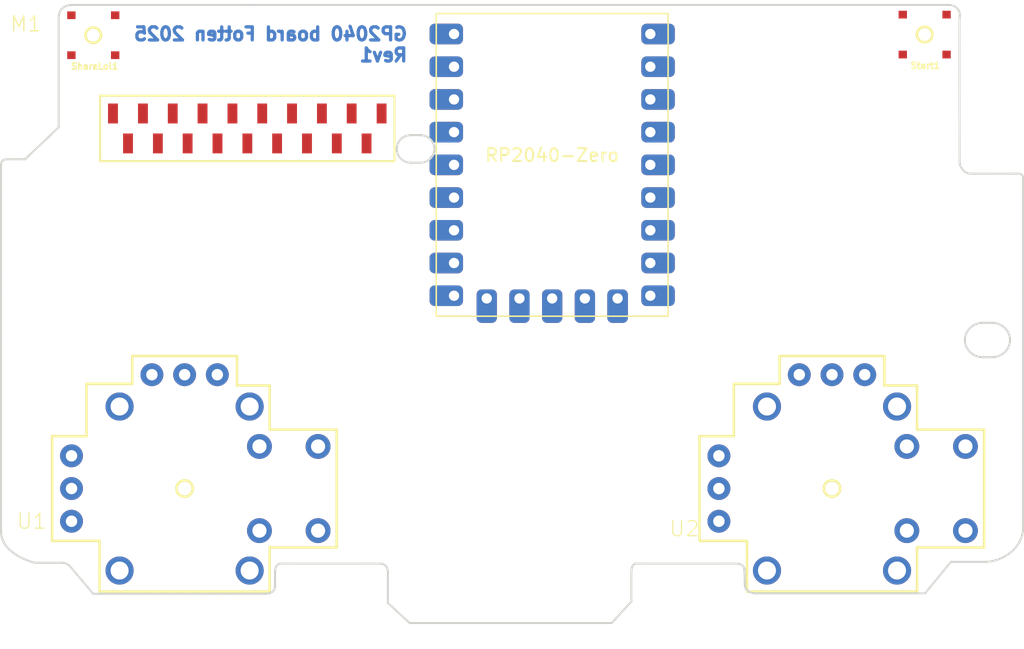
<source format=kicad_pcb>
(kicad_pcb (version 20241229) (generator "pcbnew") (generator_version "9.0")
  (layers (0 "F.Cu" signal) (2 "B.Cu" signal) (13 "F.Paste" user) (15 "B.Paste" user) (5 "F.SilkS" user "F.Silkscreen") (7 "B.SilkS" user "B.Silkscreen") (1 "F.Mask" user) (3 "B.Mask" user) (25 "Edge.Cuts" user))
  (net 0 "")
  (net 1 "GND")
  (net 2 "/m12")
  (net 3 "/m2")
  (net 4 "/m18")
  (net 5 "/m1")
  (net 6 "/m5")
  (net 7 "/m11")
  (net 8 "/m15")
  (net 9 "/m7")
  (net 10 "/m14")
  (net 11 "/m4")
  (net 12 "/m6")
  (net 13 "/m9")
  (net 14 "/m3")
  (net 15 "/m13")
  (net 16 "/m19")
  (net 26 "/PS_BUTTON")
  (net 32 "/VCC")
  (net 63 "Net-(RZ1-GP3)")
  (net 65 "Net-(RZ1-GP2)")
  (footprint "PS4-sequencer:PS4JOYSTICK_vf.IaU3msWoRHeUc8tSE1TGOQ" (layer "F.Cu") (at 173.345916 118.554328 -90)
    (property "Reference" "U2" (at 3.81 12.7 0) (layer "F.SilkS") (effects (font (size 1.176528 1.176528) (thickness 0.093472)) (justify left bottom)))
    (property "Value" "~" (hide yes))
    (pad "B1A" thru_hole circle (at -3.269 -10.362 270) (size 1.9304 1.9304) (drill 1.1) (layers "*.Cu" "*.Mask"))
    (pad "B1B" thru_hole circle (at 3.269 -10.362 270) (size 1.9304 1.9304) (drill 1.1) (layers "*.Cu" "*.Mask"))
    (pad "B2A" thru_hole circle (at -3.269 -5.81 270) (size 1.9304 1.9304) (drill 1.1) (layers "*.Cu" "*.Mask"))
    (pad "B2B" thru_hole circle (at 3.269 -5.81 270) (size 1.9304 1.9304) (drill 1.1) (layers "*.Cu" "*.Mask"))
    (pad "H1" thru_hole circle (at -2.54 8.781 270) (size 1.778 1.778) (drill 0.889) (layers "*.Cu" "*.Mask"))
    (pad "H2" thru_hole circle (at 0 8.781 270) (size 1.778 1.778) (drill 0.889) (layers "*.Cu" "*.Mask"))
    (pad "H3" thru_hole circle (at 2.54 8.781 270) (size 1.778 1.778) (drill 0.889) (layers "*.Cu" "*.Mask"))
    (pad "MOUNT1" thru_hole circle (at -6.367 -5.049 270) (size 2.1844 2.1844) (drill 1.397) (layers "*.Cu" "*.Mask"))
    (pad "MOUNT2" thru_hole circle (at -6.367 5.049 270) (size 2.1844 2.1844) (drill 1.397) (layers "*.Cu" "*.Mask"))
    (pad "MOUNT3" thru_hole circle (at 6.367 5.049 270) (size 2.1844 2.1844) (drill 1.397) (layers "*.Cu" "*.Mask"))
    (pad "MOUNT4" thru_hole circle (at 6.367 -5.049 270) (size 2.1844 2.1844) (drill 1.397) (layers "*.Cu" "*.Mask"))
    (pad "V1" thru_hole circle (at -8.838 -2.54 270) (size 1.778 1.778) (drill 0.889) (layers "*.Cu" "*.Mask"))
    (pad "V2" thru_hole circle (at -8.838 0 270) (size 1.778 1.778) (drill 0.889) (layers "*.Cu" "*.Mask"))
    (pad "V3" thru_hole circle (at -8.838 2.54 270) (size 1.778 1.778) (drill 0.889) (layers "*.Cu" "*.Mask"))
  )
  (footprint "PS4-sequencer:PS4MEMBRANE_vf.7upxoABMT86JB5hzkim21Q" (layer "F.Cu") (at 127.94911 90.598409)
    (property "Reference" "M1" (hide yes))
    (property "Value" "~" (hide yes))
    (pad "1" smd rect (at -10.4305 -1.1612) (size 0.75184 1.529081) (layers "F.Cu" "F.Mask" "F.Paste") (net 5 "/m1"))
    (pad "2" smd rect (at -9.2625 1.1612) (size 0.75184 1.529081) (layers "F.Cu" "F.Mask" "F.Paste") (net 3 "/m2"))
    (pad "3" smd rect (at -8.104687 -1.1612) (size 0.75184 1.529081) (layers "F.Cu" "F.Mask" "F.Paste") (net 14 "/m3"))
    (pad "4" smd rect (at -6.946875 1.1612) (size 0.75184 1.529081) (layers "F.Cu" "F.Mask" "F.Paste") (net 11 "/m4"))
    (pad "5" smd rect (at -5.789062 -1.1612) (size 0.75184 1.529081) (layers "F.Cu" "F.Mask" "F.Paste") (net 6 "/m5"))
    (pad "6" smd rect (at -4.63125 1.1612) (size 0.75184 1.529081) (layers "F.Cu" "F.Mask" "F.Paste") (net 12 "/m6"))
    (pad "7" smd rect (at -3.473437 -1.1612) (size 0.75184 1.529081) (layers "F.Cu" "F.Mask" "F.Paste") (net 9 "/m7"))
    (pad "8" smd rect (at -2.315625 1.1612) (size 0.75184 1.529081) (layers "F.Cu" "F.Mask" "F.Paste") (net 1 "GND"))
    (pad "9" smd rect (at -1.157812 -1.1612) (size 0.75184 1.529081) (layers "F.Cu" "F.Mask" "F.Paste") (net 13 "/m9"))
    (pad "10" smd rect (at 0 1.1612) (size 0.75184 1.529081) (layers "F.Cu" "F.Mask" "F.Paste") (net 26 "/PS_BUTTON"))
    (pad "11" smd rect (at 1.157812 -1.1612) (size 0.75184 1.529081) (layers "F.Cu" "F.Mask" "F.Paste") (net 7 "/m11"))
    (pad "12" smd rect (at 2.315625 1.1612) (size 0.75184 1.529081) (layers "F.Cu" "F.Mask" "F.Paste") (net 2 "/m12"))
    (pad "13" smd rect (at 3.473437 -1.1612) (size 0.75184 1.529081) (layers "F.Cu" "F.Mask" "F.Paste") (net 15 "/m13"))
    (pad "14" smd rect (at 4.63125 1.1612) (size 0.75184 1.529081) (layers "F.Cu" "F.Mask" "F.Paste") (net 10 "/m14"))
    (pad "15" smd rect (at 5.789062 -1.1612) (size 0.75184 1.529081) (layers "F.Cu" "F.Mask" "F.Paste") (net 8 "/m15"))
    (pad "16" smd rect (at 6.946875 1.1612) (size 0.75184 1.529081) (layers "F.Cu" "F.Mask" "F.Paste") (net 1 "GND"))
    (pad "17" smd rect (at 8.104687 -1.1612) (size 0.75184 1.529081) (layers "F.Cu" "F.Mask" "F.Paste") (net 1 "GND"))
    (pad "18" smd rect (at 9.2625 1.1612) (size 0.75184 1.529081) (layers "F.Cu" "F.Mask" "F.Paste") (net 4 "/m18"))
    (pad "19" smd rect (at 10.4305 -1.1612) (size 0.75184 1.529081) (layers "F.Cu" "F.Mask" "F.Paste") (net 16 "/m19"))
  )
  (footprint "PS4-sequencer:PS4MEMBRANE_vf.7upxoABMT86JB5hzkim21Q" (layer "F.Cu") (at 127.953106 90.593747)
    (property "Reference" "M1" (at -18.4762 -7.4262 0) (layer "F.SilkS") (effects (font (size 1.1684 1.1684) (thickness 0.1016)) (justify left bottom)))
    (property "Value" "~")
    (pad "1" smd rect (at -10.4305 -1.1612) (size 0.75184 1.529081) (layers "F.Cu" "F.Mask" "F.Paste") (net 5 "/m1"))
    (pad "2" smd rect (at -9.2625 1.1612) (size 0.75184 1.529081) (layers "F.Cu" "F.Mask" "F.Paste") (net 3 "/m2"))
    (pad "3" smd rect (at -8.104687 -1.1612) (size 0.75184 1.529081) (layers "F.Cu" "F.Mask" "F.Paste") (net 14 "/m3"))
    (pad "4" smd rect (at -6.946875 1.1612) (size 0.75184 1.529081) (layers "F.Cu" "F.Mask" "F.Paste") (net 11 "/m4"))
    (pad "5" smd rect (at -5.789062 -1.1612) (size 0.75184 1.529081) (layers "F.Cu" "F.Mask" "F.Paste") (net 6 "/m5"))
    (pad "6" smd rect (at -4.63125 1.1612) (size 0.75184 1.529081) (layers "F.Cu" "F.Mask" "F.Paste") (net 12 "/m6"))
    (pad "7" smd rect (at -3.473437 -1.1612) (size 0.75184 1.529081) (layers "F.Cu" "F.Mask" "F.Paste") (net 9 "/m7"))
    (pad "8" smd rect (at -2.315625 1.1612) (size 0.75184 1.529081) (layers "F.Cu" "F.Mask" "F.Paste") (net 1 "GND"))
    (pad "9" smd rect (at -1.157812 -1.1612) (size 0.75184 1.529081) (layers "F.Cu" "F.Mask" "F.Paste") (net 13 "/m9"))
    (pad "10" smd rect (at 0 1.1612) (size 0.75184 1.529081) (layers "F.Cu" "F.Mask" "F.Paste") (net 26 "/PS_BUTTON"))
    (pad "11" smd rect (at 1.157812 -1.1612) (size 0.75184 1.529081) (layers "F.Cu" "F.Mask" "F.Paste") (net 7 "/m11"))
    (pad "12" smd rect (at 2.315625 1.1612) (size 0.75184 1.529081) (layers "F.Cu" "F.Mask" "F.Paste") (net 2 "/m12"))
    (pad "13" smd rect (at 3.473437 -1.1612) (size 0.75184 1.529081) (layers "F.Cu" "F.Mask" "F.Paste") (net 15 "/m13"))
    (pad "14" smd rect (at 4.63125 1.1612) (size 0.75184 1.529081) (layers "F.Cu" "F.Mask" "F.Paste") (net 10 "/m14"))
    (pad "15" smd rect (at 5.789062 -1.1612) (size 0.75184 1.529081) (layers "F.Cu" "F.Mask" "F.Paste") (net 8 "/m15"))
    (pad "16" smd rect (at 6.946875 1.1612) (size 0.75184 1.529081) (layers "F.Cu" "F.Mask" "F.Paste") (net 1 "GND"))
    (pad "17" smd rect (at 8.104687 -1.1612) (size 0.75184 1.529081) (layers "F.Cu" "F.Mask" "F.Paste") (net 1 "GND"))
    (pad "18" smd rect (at 9.2625 1.1612) (size 0.75184 1.529081) (layers "F.Cu" "F.Mask" "F.Paste") (net 4 "/m18"))
    (pad "19" smd rect (at 10.4305 -1.1612) (size 0.75184 1.529081) (layers "F.Cu" "F.Mask" "F.Paste") (net 16 "/m19"))
  )
  (footprint "shit:RP2040-Zero" (layer "F.Cu") (at 141.46 106.125)
    (property "Reference" "RZ1")
    (property "Value" "RP2040-Zero" (at 10.16 -13.45 0) (layer "F.SilkS"))
    (pad "1" thru_hole roundrect (at 17.78 -22.86) (size 2.6 1.6) (drill 0.8 (offset 0.6 0)) (layers "*.Cu" "*.Mask"))
    (pad "2" thru_hole roundrect (at 17.78 -20.32) (size 2.6 1.6) (drill 0.8 (offset 0.6 0)) (layers "*.Cu" "*.Mask"))
    (pad "3" thru_hole roundrect (at 17.78 -17.78) (size 2.6 1.6) (drill 0.8 (offset 0.6 0)) (layers "*.Cu" "*.Mask") (net 65 "Net-(RZ1-GP2)"))
    (pad "4" thru_hole roundrect (at 17.78 -15.24) (size 2.6 1.6) (drill 0.8 (offset 0.6 0)) (layers "*.Cu" "*.Mask") (net 63 "Net-(RZ1-GP3)"))
    (pad "5" thru_hole roundrect (at 17.78 -12.7) (size 2.6 1.6) (drill 0.8 (offset 0.6 0)) (layers "*.Cu" "*.Mask"))
    (pad "6" thru_hole roundrect (at 17.78 -10.16) (size 2.6 1.6002) (drill 0.8 (offset 0.6 0)) (layers "*.Cu" "*.Mask"))
    (pad "7" thru_hole roundrect (at 17.78 -7.62) (size 2.6 1.6002) (drill 0.8 (offset 0.6 0)) (layers "*.Cu" "*.Mask"))
    (pad "8" thru_hole roundrect (at 17.78 -5.08) (size 2.6 1.6002) (drill 0.8 (offset 0.6 0)) (layers "*.Cu" "*.Mask"))
    (pad "9" thru_hole roundrect (at 17.78 -2.54) (size 2.6 1.6002) (drill 0.8 (offset 0.6 0)) (layers "*.Cu" "*.Mask"))
    (pad "10" thru_hole roundrect (at 15.24 -2.33) (size 1.6 2.6) (drill 0.8 (offset 0 0.6)) (layers "*.Cu" "*.Mask"))
    (pad "11" thru_hole roundrect (at 12.7 -2.33) (size 1.5748 2.6) (drill 0.8 (offset 0 0.6)) (layers "*.Cu" "*.Mask"))
    (pad "12" thru_hole roundrect (at 10.16 -2.33) (size 1.5748 2.6) (drill 0.8 (offset 0 0.6)) (layers "*.Cu" "*.Mask"))
    (pad "13" thru_hole roundrect (at 7.62 -2.33) (size 1.5748 2.6) (drill 0.8 (offset 0 0.6)) (layers "*.Cu" "*.Mask"))
    (pad "14" thru_hole roundrect (at 5.08 -2.33) (size 1.5748 2.6) (drill 0.8 (offset 0 0.6)) (layers "*.Cu" "*.Mask"))
    (pad "15" thru_hole roundrect (at 2.54 -2.54) (size 2.6 1.6002) (drill 0.8 (offset -0.6 0)) (layers "*.Cu" "*.Mask"))
    (pad "16" thru_hole roundrect (at 2.54 -5.08) (size 2.6 1.6002) (drill 0.8 (offset -0.6 0)) (layers "*.Cu" "*.Mask"))
    (pad "17" thru_hole roundrect (at 2.54 -7.62) (size 2.6 1.6002) (drill 0.8 (offset -0.6 0)) (layers "*.Cu" "*.Mask") (net 26 "/PS_BUTTON"))
    (pad "18" thru_hole roundrect (at 2.54 -10.16) (size 2.6 1.6002) (drill 0.8 (offset -0.6 0)) (layers "*.Cu" "*.Mask"))
    (pad "19" thru_hole roundrect (at 2.54 -22.86) (size 2.6 1.6002) (drill 0.8 (offset -0.6 0)) (layers "*.Cu" "*.Mask"))
    (pad "20" thru_hole roundrect (at 2.54 -20.32) (size 2.6 1.6002) (drill 0.8 (offset -0.6 0)) (layers "*.Cu" "*.Mask"))
    (pad "21" thru_hole roundrect (at 2.54 -17.78) (size 2.6 1.6002) (drill 0.8 (offset -0.6 0)) (layers "*.Cu" "*.Mask"))
    (pad "22" thru_hole roundrect (at 2.54 -12.7) (size 2.6 1.6002) (drill 0.8 (offset -0.6 0)) (layers "*.Cu" "*.Mask") (net 32 "/VCC"))
    (pad "23" thru_hole roundrect (at 2.54 -15.24) (size 2.6 1.6002) (drill 0.8 (offset -0.6 0)) (layers "*.Cu" "*.Mask") (net 1 "GND"))
  )
  (footprint "PS4-sequencer:PS4JOYSTICK_vf.IaU3msWoRHeUc8tSE1TGOQ" (layer "F.Cu") (at 123.08341 118.554328 -90)
    (property "Reference" "U1" (at 3.224181 13.101582 0) (layer "F.SilkS") (effects (font (size 1.176528 1.176528) (thickness 0.093472)) (justify left bottom)))
    (property "Value" "~" (hide yes))
    (pad "B1A" thru_hole circle (at -3.269 -10.362 270) (size 1.9304 1.9304) (drill 1.1) (layers "*.Cu" "*.Mask"))
    (pad "B1B" thru_hole circle (at 3.269 -10.362 270) (size 1.9304 1.9304) (drill 1.1) (layers "*.Cu" "*.Mask"))
    (pad "B2A" thru_hole circle (at -3.269 -5.81 270) (size 1.9304 1.9304) (drill 1.1) (layers "*.Cu" "*.Mask"))
    (pad "B2B" thru_hole circle (at 3.269 -5.81 270) (size 1.9304 1.9304) (drill 1.1) (layers "*.Cu" "*.Mask"))
    (pad "H1" thru_hole circle (at -2.54 8.781 270) (size 1.778 1.778) (drill 0.889) (layers "*.Cu" "*.Mask"))
    (pad "H2" thru_hole circle (at 0 8.781 270) (size 1.778 1.778) (drill 0.889) (layers "*.Cu" "*.Mask"))
    (pad "H3" thru_hole circle (at 2.54 8.781 270) (size 1.778 1.778) (drill 0.889) (layers "*.Cu" "*.Mask"))
    (pad "MOUNT1" thru_hole circle (at -6.367 -5.049 270) (size 2.1844 2.1844) (drill 1.397) (layers "*.Cu" "*.Mask"))
    (pad "MOUNT2" thru_hole circle (at -6.367 5.049 270) (size 2.1844 2.1844) (drill 1.397) (layers "*.Cu" "*.Mask"))
    (pad "MOUNT3" thru_hole circle (at 6.367 5.049 270) (size 2.1844 2.1844) (drill 1.397) (layers "*.Cu" "*.Mask"))
    (pad "MOUNT4" thru_hole circle (at 6.367 -5.049 270) (size 2.1844 2.1844) (drill 1.397) (layers "*.Cu" "*.Mask"))
    (pad "V1" thru_hole circle (at -8.838 -2.54 270) (size 1.778 1.778) (drill 0.889) (layers "*.Cu" "*.Mask"))
    (pad "V2" thru_hole circle (at -8.838 0 270) (size 1.778 1.778) (drill 0.889) (layers "*.Cu" "*.Mask"))
    (pad "V3" thru_hole circle (at -8.838 2.54 270) (size 1.778 1.778) (drill 0.889) (layers "*.Cu" "*.Mask"))
  )
  (footprint "PS4-sequencer:TACTILE_SWITCH_SMD_3.6MM_vf.7upxoABMT86JB5hzkim21Q" (layer "F.Cu") (at 115.991763 83.359265 90)
    (property "Reference" "ShareLol1" (at -2.701722 0.10708 0) (layer "F.SilkS") (effects (font (size 0.48768 0.48768) (thickness 0.12192)) (justify bottom)))
    (property "Value" "~")
    (pad "1" smd rect (at 1.55 -1.7 180) (size 0.65 0.6) (layers "F.Cu" "F.Mask" "F.Paste") (net 1 "GND"))
    (pad "2" smd rect (at 1.55 1.7 180) (size 0.65 0.6) (layers "F.Cu" "F.Mask" "F.Paste") (net 63 "Net-(RZ1-GP3)"))
    (pad "3" smd rect (at -1.55 1.7 180) (size 0.65 0.6) (layers "F.Cu" "F.Mask" "F.Paste") (net 63 "Net-(RZ1-GP3)"))
    (pad "4" smd rect (at -1.55 -1.7 180) (size 0.65 0.6) (layers "F.Cu" "F.Mask" "F.Paste") (net 1 "GND"))
  )
  (footprint "PS4-sequencer:TACTILE_SWITCH_SMD_3.6MM_vf.7upxoABMT86JB5hzkim21Q" (layer "F.Cu") (at 180.540707 83.308969 -90)
    (property "Reference" "Start1" (at 2.7 -0.05 0) (layer "F.SilkS") (effects (font (size 0.48768 0.48768) (thickness 0.12192)) (justify bottom)))
    (property "Value" "~")
    (pad "1" smd rect (at 1.55 -1.7) (size 0.65 0.6) (layers "F.Cu" "F.Mask" "F.Paste") (net 1 "GND"))
    (pad "2" smd rect (at 1.55 1.7) (size 0.65 0.6) (layers "F.Cu" "F.Mask" "F.Paste") (net 65 "Net-(RZ1-GP2)"))
    (pad "3" smd rect (at -1.55 1.7) (size 0.65 0.6) (layers "F.Cu" "F.Mask" "F.Paste") (net 65 "Net-(RZ1-GP2)"))
    (pad "4" smd rect (at -1.55 -1.7) (size 0.65 0.6) (layers "F.Cu" "F.Mask" "F.Paste") (net 1 "GND"))
  )
  (gr_line (start 188.1761 121.123722) (end 188.1761 120.803334) (stroke (width 0.1524)) (layer "Edge.Cuts"))
  (gr_line (start 167.047741 126.627153) (end 167.222206 126.671103) (stroke (width 0.1524)) (layer "Edge.Cuts"))
  (gr_line (start 166.538869 124.837638) (end 166.538669 124.858069) (stroke (width 0.1524)) (layer "Edge.Cuts"))
  (gr_line (start 185.84081 105.687966) (end 185.844519 105.688059) (stroke (width 0.1524)) (layer "Edge.Cuts"))
  (gr_line (start 130.786872 124.382919) (end 130.949466 124.382919) (stroke (width 0.1524)) (layer "Edge.Cuts"))
  (gr_line (start 157.766519 127.316053) (end 157.766519 127.260125) (stroke (width 0.1524)) (layer "Edge.Cuts"))
  (gr_line (start 109.067266 122.777478) (end 109.234425 123.026403) (stroke (width 0.1524)) (layer "Edge.Cuts"))
  (gr_line (start 109.098941 93.008056) (end 108.997919 93.058031) (stroke (width 0.1524)) (layer "Edge.Cuts"))
  (gr_line (start 108.8261 116.654316) (end 108.8261 117.649894) (stroke (width 0.1524)) (layer "Edge.Cuts"))
  (gr_line (start 139.943485 93.012894) (end 139.832022 92.906625) (stroke (width 0.1524)) (layer "Edge.Cuts"))
  (gr_line (start 166.540128 124.874191) (end 166.543972 124.923316) (stroke (width 0.1524)) (layer "Edge.Cuts"))
  (gr_line (start 130.47935 124.382919) (end 130.499819 124.382919) (stroke (width 0.1524)) (layer "Edge.Cuts"))
  (gr_line (start 108.8261 121.012713) (end 108.8261 121.249981) (stroke (width 0.1524)) (layer "Edge.Cuts"))
  (gr_line (start 114.098178 81.029828) (end 113.8811 81.090016) (stroke (width 0.1524)) (layer "Edge.Cuts"))
  (gr_line (start 127.979678 126.724728) (end 128.355125 126.724728) (stroke (width 0.1524)) (layer "Edge.Cuts"))
  (gr_line (start 183.799385 106.443875) (end 183.900469 106.275888) (stroke (width 0.1524)) (layer "Edge.Cuts"))
  (gr_line (start 140.356881 93.223638) (end 140.207731 93.173216) (stroke (width 0.1524)) (layer "Edge.Cuts"))
  (gr_line (start 158.383088 124.382919) (end 158.547575 124.382919) (stroke (width 0.1524)) (layer "Edge.Cuts"))
  (gr_line (start 130.463294 124.385569) (end 130.47935 124.382919) (stroke (width 0.1524)) (layer "Edge.Cuts"))
  (gr_line (start 108.8261 115.588838) (end 108.8261 116.654316) (stroke (width 0.1524)) (layer "Edge.Cuts"))
  (gr_line (start 113.306078 83.110322) (end 113.306078 83.403422) (stroke (width 0.1524)) (layer "Edge.Cuts"))
  (gr_line (start 108.87701 93.209688) (end 108.832463 93.36135) (stroke (width 0.1524)) (layer "Edge.Cuts"))
  (gr_line (start 185.249941 105.686259) (end 185.453691 105.686569) (stroke (width 0.1524)) (layer "Edge.Cuts"))
  (gr_line (start 166.543972 124.923316) (end 166.549406 125.006641) (stroke (width 0.1524)) (layer "Edge.Cuts"))
  (gr_line (start 166.475035 124.620475) (end 166.515403 124.707706) (stroke (width 0.1524)) (layer "Edge.Cuts"))
  (gr_line (start 140.51496 91.121906) (end 140.596781 91.116728) (stroke (width 0.1524)) (layer "Edge.Cuts"))
  (gr_line (start 167.482063 126.692181) (end 167.52291 126.690791) (stroke (width 0.1524)) (layer "Edge.Cuts"))
  (gr_line (start 166.533897 124.783806) (end 166.538869 124.837638) (stroke (width 0.1524)) (layer "Edge.Cuts"))
  (gr_line (start 114.352978 81.008541) (end 114.098178 81.029828) (stroke (width 0.1524)) (layer "Edge.Cuts"))
  (gr_line (start 108.8261 121.455659) (end 108.8261 121.628575) (stroke (width 0.1524)) (layer "Edge.Cuts"))
  (gr_line (start 188.175806 94.460575) (end 188.171528 94.399934) (stroke (width 0.1524)) (layer "Edge.Cuts"))
  (gr_line (start 108.8261 119.771284) (end 108.8261 120.123141) (stroke (width 0.1524)) (layer "Edge.Cuts"))
  (gr_line (start 188.156688 121.905828) (end 188.174863 121.677959) (stroke (width 0.1524)) (layer "Edge.Cuts"))
  (gr_line (start 108.8261 109.542244) (end 108.8261 110.816094) (stroke (width 0.1524)) (layer "Edge.Cuts"))
  (gr_line (start 113.306078 88.579525) (end 113.306078 88.906219) (stroke (width 0.1524)) (layer "Edge.Cuts"))
  (gr_line (start 186.350394 124.020084) (end 186.715488 123.848959) (stroke (width 0.1524)) (layer "Edge.Cuts"))
  (gr_line (start 185.647063 108.361059) (end 185.446153 108.361356) (stroke (width 0.1524)) (layer "Edge.Cuts"))
  (gr_line (start 130.106019 125.027763) (end 130.12206 124.824659) (stroke (width 0.1524)) (layer "Edge.Cuts"))
  (gr_line (start 188.1761 95.019447) (end 188.1761 94.772303) (stroke (width 0.1524)) (layer "Edge.Cuts"))
  (gr_line (start 185.844519 105.688059) (end 185.853885 105.688569) (stroke (width 0.1524)) (layer "Edge.Cuts"))
  (gr_line (start 138.057894 124.382919) (end 138.172416 124.382919) (stroke (width 0.1524)) (layer "Edge.Cuts"))
  (gr_line (start 157.814238 124.683603) (end 157.86315 124.570184) (stroke (width 0.1524)) (layer "Edge.Cuts"))
  (gr_line (start 182.550563 81.019222) (end 182.372491 81.008541) (stroke (width 0.1524)) (layer "Edge.Cuts"))
  (gr_line (start 130.005791 126.457472) (end 130.061472 126.347253) (stroke (width 0.1524)) (layer "Edge.Cuts"))
  (gr_line (start 122.512122 126.724728) (end 123.743247 126.724728) (stroke (width 0.1524)) (layer "Edge.Cuts"))
  (gr_line (start 167.222206 126.671103) (end 167.374403 126.6892) (stroke (width 0.1524)) (layer "Edge.Cuts"))
  (gr_line (start 130.949466 124.382919) (end 131.14136 124.382919) (stroke (width 0.1524)) (layer "Edge.Cuts"))
  (gr_line (start 126.07345 126.724728) (end 126.601375 126.724728) (stroke (width 0.1524)) (layer "Edge.Cuts"))
  (gr_line (start 187.768828 94.1091) (end 187.736241 94.1091) (stroke (width 0.1524)) (layer "Edge.Cuts"))
  (gr_line (start 186.943891 106.297659) (end 187.038728 106.461716) (stroke (width 0.1524)) (layer "Edge.Cuts"))
  (gr_line (start 183.253519 92.810306) (end 183.252813 92.555091) (stroke (width 0.1524)) (layer "Edge.Cuts"))
  (gr_line (start 164.706206 124.382919) (end 164.963341 124.382919) (stroke (width 0.1524)) (layer "Edge.Cuts"))
  (gr_line (start 157.766519 125.027766) (end 157.779641 124.834406) (stroke (width 0.1524)) (layer "Edge.Cuts"))
  (gr_line (start 130.106019 125.834781) (end 130.106019 125.634809) (stroke (width 0.1524)) (layer "Edge.Cuts"))
  (gr_line (start 184.516688 105.791191) (end 184.711831 105.728178) (stroke (width 0.1524)) (layer "Edge.Cuts"))
  (gr_line (start 137.910375 124.382919) (end 138.057894 124.382919) (stroke (width 0.1524)) (layer "Edge.Cuts"))
  (gr_line (start 130.55956 124.382919) (end 130.656075 124.382919) (stroke (width 0.1524)) (layer "Edge.Cuts"))
  (gr_line (start 113.306078 89.211228) (end 113.306078 89.491553) (stroke (width 0.1524)) (layer "Edge.Cuts"))
  (gr_line (start 187.152931 106.826866) (end 187.16801 107.023869) (stroke (width 0.1524)) (layer "Edge.Cuts"))
  (gr_line (start 182.372491 81.008541) (end 128 81.008541) (stroke (width 0.1524)) (layer "Edge.Cuts"))
  (gr_line (start 186.353319 108.239359) (end 186.166441 108.306606) (stroke (width 0.1524)) (layer "Edge.Cuts"))
  (gr_line (start 157.9753 124.434828) (end 158.024222 124.402544) (stroke (width 0.1524)) (layer "Edge.Cuts"))
  (gr_line (start 113.306078 82.097169) (end 113.306078 82.229516) (stroke (width 0.1524)) (layer "Edge.Cuts"))
  (gr_line (start 166.873278 126.546616) (end 167.047741 126.627153) (stroke (width 0.1524)) (layer "Edge.Cuts"))
  (gr_line (start 185.853885 105.688569) (end 185.8797 105.690297) (stroke (width 0.1524)) (layer "Edge.Cuts"))
  (gr_line (start 128.95215 126.724728) (end 129.164435 126.724728) (stroke (width 0.1524)) (layer "Edge.Cuts"))
  (gr_line (start 186.362988 105.812684) (end 186.53416 105.904147) (stroke (width 0.1524)) (layer "Edge.Cuts"))
  (gr_line (start 141.986928 91.285519) (end 142.107544 91.375531) (stroke (width 0.1524)) (layer "Edge.Cuts"))
  (gr_line (start 183.254538 93.167991) (end 183.254097 93.015978) (stroke (width 0.1524)) (layer "Edge.Cuts"))
  (gr_line (start 182.576119 124.247159) (end 185.257319 124.247159) (stroke (width 0.1524)) (layer "Edge.Cuts"))
  (gr_line (start 188.1761 109.420791) (end 188.1761 107.590697) (stroke (width 0.1524)) (layer "Edge.Cuts"))
  (gr_line (start 183.108081 81.311013) (end 182.944681 81.157556) (stroke (width 0.1524)) (layer "Edge.Cuts"))
  (gr_line (start 128.263728 81.008541) (end 114.352978 81.008541) (stroke (width 0.1524)) (layer "Edge.Cuts"))
  (gr_line (start 183.243947 88.708628) (end 183.242181 87.656372) (stroke (width 0.1524)) (layer "Edge.Cuts"))
  (gr_line (start 185.96796 108.348072) (end 185.865047 108.358481) (stroke (width 0.1524)) (layer "Edge.Cuts"))
  (gr_line (start 140.207731 91.200503) (end 140.356881 91.150081) (stroke (width 0.1524)) (layer "Edge.Cuts"))
  (gr_line (start 141.038606 91.116597) (end 141.257128 91.116791) (stroke (width 0.1524)) (layer "Edge.Cuts"))
  (gr_line (start 108.8261 113.285813) (end 108.8261 114.462869) (stroke (width 0.1524)) (layer "Edge.Cuts"))
  (gr_line (start 157.766519 126.398044) (end 157.766519 125.631769) (stroke (width 0.1524)) (layer "Edge.Cuts"))
  (gr_line (start 183.239869 84.629069) (end 183.240116 84.186659) (stroke (width 0.1524)) (layer "Edge.Cuts"))
  (gr_line (start 188.1761 100.644775) (end 188.1761 99.879559) (stroke (width 0.1524)) (layer "Edge.Cuts"))
  (gr_line (start 187.736241 94.1091) (end 187.643397 94.1091) (stroke (width 0.1524)) (layer "Edge.Cuts"))
  (gr_line (start 138.618944 124.483669) (end 138.728119 124.586941) (stroke (width 0.1524)) (layer "Edge.Cuts"))
  (gr_line (start 185.614466 94.1091) (end 185.019741 94.1091) (stroke (width 0.1524)) (layer "Edge.Cuts"))
  (gr_line (start 108.938391 122.5026) (end 109.067266 122.777478) (stroke (width 0.1524)) (layer "Edge.Cuts"))
  (gr_line (start 186.941006 107.754316) (end 186.822431 107.903806) (stroke (width 0.1524)) (layer "Edge.Cuts"))
  (gr_line (start 115.987278 126.724728) (end 116.024391 126.724728) (stroke (width 0.1524)) (layer "Edge.Cuts"))
  (gr_line (start 183.251103 91.912519) (end 183.250138 91.5334) (stroke (width 0.1524)) (layer "Edge.Cuts"))
  (gr_line (start 141.033094 93.257219) (end 140.816619 93.257294) (stroke (width 0.1524)) (layer "Edge.Cuts"))
  (gr_line (start 113.306078 90.418288) (end 113.306078 90.487719) (stroke (width 0.1524)) (layer "Edge.Cuts"))
  (gr_line (start 130.420997 124.397766) (end 130.463294 124.385569) (stroke (width 0.1524)) (layer "Edge.Cuts"))
  (gr_line (start 183.250138 91.5334) (end 183.249119 91.121222) (stroke (width 0.1524)) (layer "Edge.Cuts"))
  (gr_line (start 183.243585 82.745644) (end 183.245166 82.488144) (stroke (width 0.1524)) (layer "Edge.Cuts"))
  (gr_line (start 183.724238 106.626047) (end 183.799385 106.443875) (stroke (width 0.1524)) (layer "Edge.Cuts"))
  (gr_line (start 186.822431 107.903806) (end 186.6835 108.035869) (stroke (width 0.1524)) (layer "Edge.Cuts"))
  (gr_line (start 113.444635 81.448756) (end 113.366891 81.609328) (stroke (width 0.1524)) (layer "Edge.Cuts"))
  (gr_line (start 140.816619 93.257294) (end 140.727778 93.257316) (stroke (width 0.1524)) (layer "Edge.Cuts"))
  (gr_line (start 158.7417 124.382919) (end 158.962944 124.382919) (stroke (width 0.1524)) (layer "Edge.Cuts"))
  (gr_line (start 108.8261 114.462869) (end 108.8261 115.588838) (stroke (width 0.1524)) (layer "Edge.Cuts"))
  (gr_line (start 109.652956 123.449981) (end 109.889022 123.626422) (stroke (width 0.1524)) (layer "Edge.Cuts"))
  (gr_line (start 186.826753 106.148681) (end 186.943891 106.297659) (stroke (width 0.1524)) (layer "Edge.Cuts"))
  (gr_line (start 110.646741 92.9891) (end 110.521981 92.9891) (stroke (width 0.1524)) (layer "Edge.Cuts"))
  (gr_line (start 138.251447 124.382919) (end 138.462838 124.410625) (stroke (width 0.1524)) (layer "Edge.Cuts"))
  (gr_line (start 165.848494 124.382919) (end 165.927763 124.382919) (stroke (width 0.1524)) (layer "Edge.Cuts"))
  (gr_line (start 127.098153 126.724728) (end 127.559138 126.724728) (stroke (width 0.1524)) (layer "Edge.Cuts"))
  (gr_line (start 161.758069 124.382919) (end 163.158775 124.382919) (stroke (width 0.1524)) (layer "Edge.Cuts"))
  (gr_line (start 139.659491 91.722763) (end 139.73675 91.588344) (stroke (width 0.1524)) (layer "Edge.Cuts"))
  (gr_line (start 183.240816 86.603722) (end 183.239994 85.583631) (stroke (width 0.1524)) (layer "Edge.Cuts"))
  (gr_line (start 183.242306 83.048363) (end 183.243585 82.745644) (stroke (width 0.1524)) (layer "Edge.Cuts"))
  (gr_line (start 185.610494 124.220406) (end 185.978456 124.144306) (stroke (width 0.1524)) (layer "Edge.Cuts"))
  (gr_line (start 187.66156 123.066419) (end 187.891128 122.719931) (stroke (width 0.1524)) (layer "Edge.Cuts"))
  (gr_line (start 129.927835 126.550406) (end 130.005791 126.457472) (stroke (width 0.1524)) (layer "Edge.Cuts"))
  (gr_line (start 138.857578 124.926991) (end 138.86255 125.000047) (stroke (width 0.1524)) (layer "Edge.Cuts"))
  (gr_line (start 185.865047 108.358481) (end 185.838985 108.359966) (stroke (width 0.1524)) (layer "Edge.Cuts"))
  (gr_line (start 188.010463 94.133253) (end 187.897713 94.101931) (stroke (width 0.1524)) (layer "Edge.Cuts"))
  (gr_line (start 109.889022 123.626422) (end 110.132741 123.780491) (stroke (width 0.1524)) (layer "Edge.Cuts"))
  (gr_line (start 188.1761 94.772303) (end 188.1761 94.597266) (stroke (width 0.1524)) (layer "Edge.Cuts"))
  (gr_line (start 185.446153 108.361356) (end 185.245219 108.361559) (stroke (width 0.1524)) (layer "Edge.Cuts"))
  (gr_line (start 108.8261 117.649894) (end 108.8261 118.118531) (stroke (width 0.1524)) (layer "Edge.Cuts"))
  (gr_line (start 183.677406 106.820134) (end 183.724238 106.626047) (stroke (width 0.1524)) (layer "Edge.Cuts"))
  (gr_line (start 113.306078 90.306231) (end 113.306078 90.418288) (stroke (width 0.1524)) (layer "Edge.Cuts"))
  (gr_line (start 113.306078 87.115666) (end 113.306078 87.873028) (stroke (width 0.1524)) (layer "Edge.Cuts"))
  (gr_line (start 113.8811 81.090016) (end 113.700585 81.183578) (stroke (width 0.1524)) (layer "Edge.Cuts"))
  (gr_line (start 113.306078 82.605616) (end 113.306078 82.843388) (stroke (width 0.1524)) (layer "Edge.Cuts"))
  (gr_line (start 139.832022 92.906625) (end 139.73675 92.785375) (stroke (width 0.1524)) (layer "Edge.Cuts"))
  (gr_line (start 137.294744 124.382919) (end 137.52631 124.382919) (stroke (width 0.1524)) (layer "Edge.Cuts"))
  (gr_line (start 185.981613 105.701603) (end 186.178091 105.744488) (stroke (width 0.1524)) (layer "Edge.Cuts"))
  (gr_line (start 141.846966 93.164025) (end 141.702091 93.216778) (stroke (width 0.1524)) (layer "Edge.Cuts"))
  (gr_line (start 183.416119 93.701844) (end 183.337238 93.5523) (stroke (width 0.1524)) (layer "Edge.Cuts"))
  (gr_line (start 138.462838 124.410625) (end 138.618944 124.483669) (stroke (width 0.1524)) (layer "Edge.Cuts"))
  (gr_line (start 184.335603 105.879738) (end 184.516688 105.791191) (stroke (width 0.1524)) (layer "Edge.Cuts"))
  (gr_line (start 185.453691 105.686569) (end 185.657403 105.687022) (stroke (width 0.1524)) (layer "Edge.Cuts"))
  (gr_line (start 157.766519 125.292581) (end 157.766519 125.148763) (stroke (width 0.1524)) (layer "Edge.Cuts"))
  (gr_line (start 185.829653 108.360381) (end 185.826291 108.360441) (stroke (width 0.1524)) (layer "Edge.Cuts"))
  (gr_line (start 186.233056 94.1091) (end 185.614466 94.1091) (stroke (width 0.1524)) (layer "Edge.Cuts"))
  (gr_line (start 108.997919 93.058031) (end 108.925531 93.128688) (stroke (width 0.1524)) (layer "Edge.Cuts"))
  (gr_line (start 183.677406 107.227606) (end 183.661269 107.023869) (stroke (width 0.1524)) (layer "Edge.Cuts"))
  (gr_line (start 108.8261 94.577231) (end 108.8261 94.866003) (stroke (width 0.1524)) (layer "Edge.Cuts"))
  (gr_line (start 111.515928 124.315041) (end 111.604544 124.315041) (stroke (width 0.1524)) (layer "Edge.Cuts"))
  (gr_line (start 140.820069 91.116463) (end 141.038606 91.116597) (stroke (width 0.1524)) (layer "Edge.Cuts"))
  (gr_line (start 188.1761 111.229275) (end 188.1761 109.420791) (stroke (width 0.1524)) (layer "Edge.Cuts"))
  (gr_line (start 141.413563 91.117047) (end 141.449094 91.117197) (stroke (width 0.1524)) (layer "Edge.Cuts"))
  (gr_line (start 188.1761 120.418488) (end 188.1761 119.972875) (stroke (width 0.1524)) (layer "Edge.Cuts"))
  (gr_line (start 188.1761 117.656584) (end 188.1761 116.962506) (stroke (width 0.1524)) (layer "Edge.Cuts"))
  (gr_line (start 142.433247 92.499628) (end 142.377806 92.643188) (stroke (width 0.1524)) (layer "Edge.Cuts"))
  (gr_line (start 187.109122 106.6388) (end 187.152931 106.826866) (stroke (width 0.1524)) (layer "Edge.Cuts"))
  (gr_line (start 166.139156 124.403334) (end 166.295263 124.457153) (stroke (width 0.1524)) (layer "Edge.Cuts"))
  (gr_line (start 113.355797 124.315041) (end 113.464094 124.315041) (stroke (width 0.1524)) (layer "Edge.Cuts"))
  (gr_line (start 139.832022 91.467094) (end 139.943485 91.360825) (stroke (width 0.1524)) (layer "Edge.Cuts"))
  (gr_line (start 166.583281 126.114706) (end 166.613441 126.232806) (stroke (width 0.1524)) (layer "Edge.Cuts"))
  (gr_line (start 142.47966 92.186859) (end 142.467769 92.346947) (stroke (width 0.1524)) (layer "Edge.Cuts"))
  (gr_line (start 186.53416 105.904147) (end 186.689463 106.016828) (stroke (width 0.1524)) (layer "Edge.Cuts"))
  (gr_line (start 185.0528 105.686088) (end 185.0626 105.686059) (stroke (width 0.1524)) (layer "Edge.Cuts"))
  (gr_line (start 185.245219 108.361559) (end 185.162185 108.361625) (stroke (width 0.1524)) (layer "Edge.Cuts"))
  (gr_line (start 167.374403 126.6892) (end 167.482063 126.692181) (stroke (width 0.1524)) (layer "Edge.Cuts"))
  (gr_line (start 114.078185 124.486844) (end 114.109741 124.509919) (stroke (width 0.1524)) (layer "Edge.Cuts"))
  (gr_line (start 186.689463 106.016828) (end 186.826753 106.148681) (stroke (width 0.1524)) (layer "Edge.Cuts"))
  (gr_line (start 130.361203 124.425872) (end 130.420997 124.397766) (stroke (width 0.1524)) (layer "Edge.Cuts"))
  (gr_line (start 113.306078 86.331372) (end 113.306078 87.115666) (stroke (width 0.1524)) (layer "Edge.Cuts"))
  (gr_line (start 108.8261 95.897969) (end 108.8261 96.29325) (stroke (width 0.1524)) (layer "Edge.Cuts"))
  (gr_line (start 139.566263 92.023838) (end 139.602056 91.868531) (stroke (width 0.1524)) (layer "Edge.Cuts"))
  (gr_line (start 108.8261 99.657641) (end 108.8261 100.775631) (stroke (width 0.1524)) (layer "Edge.Cuts"))
  (gr_line (start 183.885035 94.074103) (end 183.684447 93.981834) (stroke (width 0.1524)) (layer "Edge.Cuts"))
  (gr_line (start 111.7205 124.315041) (end 112.015744 124.315041) (stroke (width 0.1524)) (layer "Edge.Cuts"))
  (gr_line (start 111.459328 124.315041) (end 111.515928 124.315041) (stroke (width 0.1524)) (layer "Edge.Cuts"))
  (gr_line (start 113.464094 124.315041) (end 113.543656 124.315041) (stroke (width 0.1524)) (layer "Edge.Cuts"))
  (gr_line (start 108.8261 112.067088) (end 108.8261 113.285813) (stroke (width 0.1524)) (layer "Edge.Cuts"))
  (gr_line (start 187.076928 94.1091) (end 186.81665 94.1091) (stroke (width 0.1524)) (layer "Edge.Cuts"))
  (gr_line (start 141.438453 93.256888) (end 141.403944 93.256972) (stroke (width 0.1524)) (layer "Edge.Cuts"))
  (gr_line (start 185.805266 105.687616) (end 185.84081 105.687966) (stroke (width 0.1524)) (layer "Edge.Cuts"))
  (gr_line (start 183.240591 83.772991) (end 183.241316 83.392188) (stroke (width 0.1524)) (layer "Edge.Cuts"))
  (gr_line (start 166.404438 124.533247) (end 166.475035 124.620475) (stroke (width 0.1524)) (layer "Edge.Cuts"))
  (gr_line (start 116.837538 126.724728) (end 117.183756 126.724728) (stroke (width 0.1524)) (layer "Edge.Cuts"))
  (gr_line (start 184.507738 94.1091) (end 184.301153 94.1091) (stroke (width 0.1524)) (layer "Edge.Cuts"))
  (gr_line (start 184.004369 94.099953) (end 183.885035 94.074103) (stroke (width 0.1524)) (layer "Edge.Cuts"))
  (gr_line (start 166.567306 125.473753) (end 166.57115 125.705822) (stroke (width 0.1524)) (layer "Edge.Cuts"))
  (gr_line (start 109.413006 92.9891) (end 109.233372 92.9891) (stroke (width 0.1524)) (layer "Edge.Cuts"))
  (gr_line (start 142.107544 91.375531) (end 142.214225 91.481269) (stroke (width 0.1524)) (layer "Edge.Cuts"))
  (gr_line (start 131.360063 124.382919) (end 131.603081 124.382919) (stroke (width 0.1524)) (layer "Edge.Cuts"))
  (gr_line (start 109.432206 123.250272) (end 109.652956 123.449981) (stroke (width 0.1524)) (layer "Edge.Cuts"))
  (gr_line (start 140.596781 91.116728) (end 140.624894 91.116378) (stroke (width 0.1524)) (layer "Edge.Cuts"))
  (gr_line (start 139.553928 92.186859) (end 139.566263 92.023838) (stroke (width 0.1524)) (layer "Edge.Cuts"))
  (gr_line (start 158.547575 124.382919) (end 158.7417 124.382919) (stroke (width 0.1524)) (layer "Edge.Cuts"))
  (gr_line (start 113.321088 81.781197) (end 113.306078 81.958841) (stroke (width 0.1524)) (layer "Edge.Cuts"))
  (gr_line (start 187.49766 94.1091) (end 187.306385 94.1091) (stroke (width 0.1524)) (layer "Edge.Cuts"))
  (gr_line (start 187.897713 94.101931) (end 187.806431 94.102828) (stroke (width 0.1524)) (layer "Edge.Cuts"))
  (gr_line (start 129.560335 126.713219) (end 129.70511 126.679509) (stroke (width 0.1524)) (layer "Edge.Cuts"))
  (gr_line (start 185.257319 124.247159) (end 185.610494 124.220406) (stroke (width 0.1524)) (layer "Edge.Cuts"))
  (gr_line (start 139.73675 92.785375) (end 139.659491 92.650956) (stroke (width 0.1524)) (layer "Edge.Cuts"))
  (gr_line (start 165.405072 124.382919) (end 165.584625 124.382919) (stroke (width 0.1524)) (layer "Edge.Cuts"))
  (gr_line (start 186.81665 94.1091) (end 186.233056 94.1091) (stroke (width 0.1524)) (layer "Edge.Cuts"))
  (gr_line (start 111.604544 124.315041) (end 111.7205 124.315041) (stroke (width 0.1524)) (layer "Edge.Cuts"))
  (gr_line (start 184.749719 94.1091) (end 184.507738 94.1091) (stroke (width 0.1524)) (layer "Edge.Cuts"))
  (gr_line (start 182.834919 81.096463) (end 182.704125 81.049441) (stroke (width 0.1524)) (layer "Edge.Cuts"))
  (gr_line (start 108.8261 101.946038) (end 108.8261 103.159447) (stroke (width 0.1524)) (layer "Edge.Cuts"))
  (gr_line (start 112.364281 124.315041) (end 112.728725 124.315041) (stroke (width 0.1524)) (layer "Edge.Cuts"))
  (gr_line (start 118.491072 126.724728) (end 119.000903 126.724728) (stroke (width 0.1524)) (layer "Edge.Cuts"))
  (gr_line (start 188.1761 121.375966) (end 188.1761 121.123722) (stroke (width 0.1524)) (layer "Edge.Cuts"))
  (gr_line (start 142.303166 92.775906) (end 142.211044 92.896069) (stroke (width 0.1524)) (layer "Edge.Cuts"))
  (gr_line (start 157.766519 125.631769) (end 157.766519 125.292581) (stroke (width 0.1524)) (layer "Edge.Cuts"))
  (gr_line (start 185.978456 124.144306) (end 186.350394 124.020084) (stroke (width 0.1524)) (layer "Edge.Cuts"))
  (gr_line (start 139.943485 91.360825) (end 140.069328 91.271356) (stroke (width 0.1524)) (layer "Edge.Cuts"))
  (gr_line (start 185.062481 108.361691) (end 185.0528 108.361663) (stroke (width 0.1524)) (layer "Edge.Cuts"))
  (gr_line (start 185.838985 108.359966) (end 185.829653 108.360381) (stroke (width 0.1524)) (layer "Edge.Cuts"))
  (gr_line (start 111.327113 124.285206) (end 111.410063 124.307731) (stroke (width 0.1524)) (layer "Edge.Cuts"))
  (gr_line (start 183.53 93.851384) (end 183.416119 93.701844) (stroke (width 0.1524)) (layer "Edge.Cuts"))
  (gr_line (start 157.766519 125.148763) (end 157.766519 125.027766) (stroke (width 0.1524)) (layer "Edge.Cuts"))
  (gr_line (start 110.833281 124.117413) (end 111.031066 124.190944) (stroke (width 0.1524)) (layer "Edge.Cuts"))
  (gr_line (start 186.5264 108.148416) (end 186.353319 108.239359) (stroke (width 0.1524)) (layer "Edge.Cuts"))
  (gr_line (start 183.661269 107.023869) (end 183.677406 106.820134) (stroke (width 0.1524)) (layer "Edge.Cuts"))
  (gr_line (start 185.165491 105.686156) (end 185.249941 105.686259) (stroke (width 0.1524)) (layer "Edge.Cuts"))
  (gr_line (start 188.1761 105.768519) (end 188.1761 103.983788) (stroke (width 0.1524)) (layer "Edge.Cuts"))
  (gr_line (start 183.900469 107.771859) (end 183.799385 107.603869) (stroke (width 0.1524)) (layer "Edge.Cuts"))
  (gr_line (start 140.207731 93.173216) (end 140.069328 93.102363) (stroke (width 0.1524)) (layer "Edge.Cuts"))
  (gr_line (start 108.8261 121.249981) (end 108.8261 121.455659) (stroke (width 0.1524)) (layer "Edge.Cuts"))
  (gr_line (start 113.700585 81.183578) (end 113.555485 81.304997) (stroke (width 0.1524)) (layer "Edge.Cuts"))
  (gr_line (start 110.680835 92.9891) (end 110.646741 92.9891) (stroke (width 0.1524)) (layer "Edge.Cuts"))
  (gr_line (start 142.214225 91.481269) (end 142.305288 91.601044) (stroke (width 0.1524)) (layer "Edge.Cuts"))
  (gr_line (start 183.252 92.254453) (end 183.251103 91.912519) (stroke (width 0.1524)) (layer "Edge.Cuts"))
  (gr_line (start 184.301153 94.1091) (end 184.137325 94.1091) (stroke (width 0.1524)) (layer "Edge.Cuts"))
  (gr_line (start 129.164435 126.724728) (end 129.313028 126.724728) (stroke (width 0.1524)) (layer "Edge.Cuts"))
  (gr_line (start 188.1761 102.266031) (end 188.1761 101.441494) (stroke (width 0.1524)) (layer "Edge.Cuts"))
  (gr_line (start 113.306078 83.403422) (end 113.306078 83.719703) (stroke (width 0.1524)) (layer "Edge.Cuts"))
  (gr_line (start 141.854066 91.212919) (end 141.986928 91.285519) (stroke (width 0.1524)) (layer "Edge.Cuts"))
  (gr_line (start 138.172416 124.382919) (end 138.251447 124.382919) (stroke (width 0.1524)) (layer "Edge.Cuts"))
  (gr_line (start 113.366891 81.609328) (end 113.321088 81.781197) (stroke (width 0.1524)) (layer "Edge.Cuts"))
  (gr_line (start 183.252813 92.555091) (end 183.252 92.254453) (stroke (width 0.1524)) (layer "Edge.Cuts"))
  (gr_line (start 184.516688 108.256559) (end 184.335603 108.168009) (stroke (width 0.1524)) (layer "Edge.Cuts"))
  (gr_line (start 165.584625 124.382919) (end 165.733272 124.382919) (stroke (width 0.1524)) (layer "Edge.Cuts"))
  (gr_line (start 140.627681 93.257341) (end 140.624806 93.257341) (stroke (width 0.1524)) (layer "Edge.Cuts"))
  (gr_line (start 188.1761 103.983788) (end 188.1761 103.114694) (stroke (width 0.1524)) (layer "Edge.Cuts"))
  (gr_line (start 142.10316 93.001953) (end 141.981225 93.091844) (stroke (width 0.1524)) (layer "Edge.Cuts"))
  (gr_line (start 110.612525 124.025091) (end 110.833281 124.117413) (stroke (width 0.1524)) (layer "Edge.Cuts"))
  (gr_line (start 113.9594 124.416844) (end 114.078185 124.486844) (stroke (width 0.1524)) (layer "Edge.Cuts"))
  (gr_line (start 111.410063 124.307731) (end 111.439419 124.315041) (stroke (width 0.1524)) (layer "Edge.Cuts"))
  (gr_line (start 135.508941 124.382919) (end 136.163106 124.382919) (stroke (width 0.1524)) (layer "Edge.Cuts"))
  (gr_line (start 108.8261 120.745034) (end 108.8261 121.012713) (stroke (width 0.1524)) (layer "Edge.Cuts"))
  (gr_line (start 188.1761 107.590697) (end 188.1761 105.768519) (stroke (width 0.1524)) (layer "Edge.Cuts"))
  (gr_line (start 186.178091 105.744488) (end 186.362988 105.812684) (stroke (width 0.1524)) (layer "Edge.Cuts"))
  (gr_line (start 157.766519 127.172081) (end 157.766519 127.05615) (stroke (width 0.1524)) (layer "Edge.Cuts"))
  (gr_line (start 117.183756 126.724728) (end 117.57785 126.724728) (stroke (width 0.1524)) (layer "Edge.Cuts"))
  (gr_line (start 110.69276 92.9891) (end 110.680835 92.9891) (stroke (width 0.1524)) (layer "Edge.Cuts"))
  (gr_line (start 130.106019 125.394344) (end 130.106019 125.232169) (stroke (width 0.1524)) (layer "Edge.Cuts"))
  (gr_line (start 141.441322 93.256866) (end 141.438453 93.256888) (stroke (width 0.1524)) (layer "Edge.Cuts"))
  (gr_line (start 108.8261 103.159447) (end 108.8261 104.40645) (stroke (width 0.1524)) (layer "Edge.Cuts"))
  (gr_line (start 186.715488 123.848959) (end 187.062925 123.632159) (stroke (width 0.1524)) (layer "Edge.Cuts"))
  (gr_line (start 113.306078 82.005947) (end 113.306078 82.097169) (stroke (width 0.1524)) (layer "Edge.Cuts"))
  (gr_line (start 138.86255 125.000047) (end 138.86235 125.027769) (stroke (width 0.1524)) (layer "Edge.Cuts"))
  (gr_line (start 157.86315 124.570184) (end 157.919225 124.488984) (stroke (width 0.1524)) (layer "Edge.Cuts"))
  (gr_line (start 108.832463 93.36135) (end 108.826897 93.411338) (stroke (width 0.1524)) (layer "Edge.Cuts"))
  (gr_line (start 108.8261 93.893031) (end 108.8261 94.089569) (stroke (width 0.1524)) (layer "Edge.Cuts"))
  (gr_line (start 141.702091 93.216778) (end 141.548322 93.248384) (stroke (width 0.1524)) (layer "Edge.Cuts"))
  (gr_line (start 140.730194 91.116419) (end 140.820069 91.116463) (stroke (width 0.1524)) (layer "Edge.Cuts"))
  (gr_line (start 188.1761 101.441494) (end 188.1761 100.644775) (stroke (width 0.1524)) (layer "Edge.Cuts"))
  (gr_line (start 187.108344 107.411413) (end 187.037041 107.589488) (stroke (width 0.1524)) (layer "Edge.Cuts"))
  (gr_line (start 183.245166 82.488144) (end 183.247069 82.279988) (stroke (width 0.1524)) (layer "Edge.Cuts"))
  (gr_line (start 185.019741 94.1091) (end 184.749719 94.1091) (stroke (width 0.1524)) (layer "Edge.Cuts"))
  (gr_line (start 183.251922 82.028188) (end 183.25491 81.992778) (stroke (width 0.1524)) (layer "Edge.Cuts"))
  (gr_line (start 110.132741 123.780491) (end 110.376463 123.913081) (stroke (width 0.1524)) (layer "Edge.Cuts"))
  (gr_line (start 108.8261 100.775631) (end 108.8261 101.946038) (stroke (width 0.1524)) (layer "Edge.Cuts"))
  (gr_line (start 165.733272 124.382919) (end 165.848494 124.382919) (stroke (width 0.1524)) (layer "Edge.Cuts"))
  (gr_line (start 113.306078 90.154538) (end 113.306078 90.306231) (stroke (width 0.1524)) (layer "Edge.Cuts"))
  (gr_line (start 158.024222 124.402544) (end 158.058828 124.386966) (stroke (width 0.1524)) (layer "Edge.Cuts"))
  (gr_line (start 184.170956 105.99155) (end 184.335603 105.879738) (stroke (width 0.1524)) (layer "Edge.Cuts"))
  (gr_line (start 183.25491 81.992778) (end 183.2685 81.940744) (stroke (width 0.1524)) (layer "Edge.Cuts"))
  (gr_line (start 185.0528 108.361663) (end 185.02571 108.361253) (stroke (width 0.1524)) (layer "Edge.Cuts"))
  (gr_line (start 113.071694 124.315041) (end 113.355797 124.315041) (stroke (width 0.1524)) (layer "Edge.Cuts"))
  (gr_line (start 137.52631 124.382919) (end 137.73235 124.382919) (stroke (width 0.1524)) (layer "Edge.Cuts"))
  (gr_line (start 113.306078 83.719703) (end 113.306078 84.056166) (stroke (width 0.1524)) (layer "Edge.Cuts"))
  (gr_line (start 159.208775 124.382919) (end 159.764131 124.382919) (stroke (width 0.1524)) (layer "Edge.Cuts"))
  (gr_line (start 188.171528 94.399934) (end 188.149381 94.299369) (stroke (width 0.1524)) (layer "Edge.Cuts"))
  (gr_line (start 113.306078 89.491553) (end 113.306078 89.744209) (stroke (width 0.1524)) (layer "Edge.Cuts"))
  (gr_line (start 110.376463 123.913081) (end 110.612525 124.025091) (stroke (width 0.1524)) (layer "Edge.Cuts"))
  (gr_line (start 140.624894 91.116378) (end 140.628028 91.116378) (stroke (width 0.1524)) (layer "Edge.Cuts"))
  (gr_line (start 112.015744 124.315041) (end 112.364281 124.315041) (stroke (width 0.1524)) (layer "Edge.Cuts"))
  (gr_line (start 108.8261 94.866003) (end 108.8261 95.183169) (stroke (width 0.1524)) (layer "Edge.Cuts"))
  (gr_line (start 185.657403 105.687022) (end 185.741803 105.6873) (stroke (width 0.1524)) (layer "Edge.Cuts"))
  (gr_line (start 141.403944 93.256972) (end 141.338394 93.257047) (stroke (width 0.1524)) (layer "Edge.Cuts"))
  (gr_line (start 131.603081 124.382919) (end 132.1521 124.382919) (stroke (width 0.1524)) (layer "Edge.Cuts"))
  (gr_line (start 140.727778 93.257316) (end 140.662213 93.257331) (stroke (width 0.1524)) (layer "Edge.Cuts"))
  (gr_line (start 188.1761 119.470188) (end 188.1761 118.914116) (stroke (width 0.1524)) (layer "Edge.Cuts"))
  (gr_line (start 116.307322 126.724728) (end 116.543844 126.724728) (stroke (width 0.1524)) (layer "Edge.Cuts"))
  (gr_line (start 185.730066 108.360875) (end 185.647063 108.361059) (stroke (width 0.1524)) (layer "Edge.Cuts"))
  (gr_line (start 132.768485 124.382919) (end 133.432297 124.382919) (stroke (width 0.1524)) (layer "Edge.Cuts"))
  (gr_line (start 183.254813 93.262222) (end 183.254538 93.167991) (stroke (width 0.1524)) (layer "Edge.Cuts"))
  (gr_line (start 139.566263 92.349881) (end 139.553928 92.186859) (stroke (width 0.1524)) (layer "Edge.Cuts"))
  (gr_line (start 138.839085 124.823713) (end 138.857578 124.926991) (stroke (width 0.1524)) (layer "Edge.Cuts"))
  (gr_line (start 188.1761 103.114694) (end 188.1761 102.266031) (stroke (width 0.1524)) (layer "Edge.Cuts"))
  (gr_line (start 187.062925 123.632159) (end 187.381888 123.370903) (stroke (width 0.1524)) (layer "Edge.Cuts"))
  (gr_line (start 185.101963 105.686091) (end 185.165491 105.686156) (stroke (width 0.1524)) (layer "Edge.Cuts"))
  (gr_line (start 163.82001 124.382919) (end 164.42826 124.382919) (stroke (width 0.1524)) (layer "Edge.Cuts"))
  (gr_line (start 163.158775 124.382919) (end 163.82001 124.382919) (stroke (width 0.1524)) (layer "Edge.Cuts"))
  (gr_line (start 140.624806 93.257341) (end 140.596781 93.256991) (stroke (width 0.1524)) (layer "Edge.Cuts"))
  (gr_line (start 118.015172 126.724728) (end 118.491072 126.724728) (stroke (width 0.1524)) (layer "Edge.Cuts"))
  (gr_line (start 113.306078 90.487719) (end 113.306078 90.511528) (stroke (width 0.1524)) (layer "Edge.Cuts"))
  (gr_line (start 142.377806 92.643188) (end 142.303166 92.775906) (stroke (width 0.1524)) (layer "Edge.Cuts"))
  (gr_line (start 188.059775 122.332659) (end 188.117875 122.124113) (stroke (width 0.1524)) (layer "Edge.Cuts"))
  (gr_line (start 142.433819 91.875981) (end 142.467919 92.027772) (stroke (width 0.1524)) (layer "Edge.Cuts"))
  (gr_line (start 108.8261 93.5067) (end 108.8261 93.600422) (stroke (width 0.1524)) (layer "Edge.Cuts"))
  (gr_line (start 187.381888 123.370903) (end 187.66156 123.066419) (stroke (width 0.1524)) (layer "Edge.Cuts"))
  (gr_line (start 110.115772 92.9891) (end 109.63321 92.9891) (stroke (width 0.1524)) (layer "Edge.Cuts"))
  (gr_line (start 184.711831 105.728178) (end 184.91866 105.692966) (stroke (width 0.1524)) (layer "Edge.Cuts"))
  (gr_line (start 136.163106 124.382919) (end 136.765019 124.382919) (stroke (width 0.1524)) (layer "Edge.Cuts"))
  (gr_line (start 164.963341 124.382919) (end 165.197135 124.382919) (stroke (width 0.1524)) (layer "Edge.Cuts"))
  (gr_line (start 139.73675 91.588344) (end 139.832022 91.467094) (stroke (width 0.1524)) (layer "Edge.Cuts"))
  (gr_line (start 158.962944 124.382919) (end 159.208775 124.382919) (stroke (width 0.1524)) (layer "Edge.Cuts"))
  (gr_line (start 119.000903 126.724728) (end 119.540016 126.724728) (stroke (width 0.1524)) (layer "Edge.Cuts"))
  (gr_line (start 188.1761 96.156613) (end 188.1761 95.715294) (stroke (width 0.1524)) (layer "Edge.Cuts"))
  (gr_line (start 185.06586 108.361688) (end 185.062481 108.361691) (stroke (width 0.1524)) (layer "Edge.Cuts"))
  (gr_line (start 123.743247 126.724728) (end 124.94275 126.724728) (stroke (width 0.1524)) (layer "Edge.Cuts"))
  (gr_line (start 188.1761 99.879559) (end 188.1761 99.149544) (stroke (width 0.1524)) (layer "Edge.Cuts"))
  (gr_line (start 159.764131 124.382919) (end 160.387585 124.382919) (stroke (width 0.1524)) (layer "Edge.Cuts"))
  (gr_line (start 183.247069 82.279988) (end 183.249316 82.125297) (stroke (width 0.1524)) (layer "Edge.Cuts"))
  (gr_line (start 126.601375 126.724728) (end 127.098153 126.724728) (stroke (width 0.1524)) (layer "Edge.Cuts"))
  (gr_line (start 183.249119 91.121222) (end 183.248072 90.680103) (stroke (width 0.1524)) (layer "Edge.Cuts"))
  (gr_line (start 188.1761 97.207591) (end 188.1761 96.655278) (stroke (width 0.1524)) (layer "Edge.Cuts"))
  (gr_line (start 137.73235 124.382919) (end 137.910375 124.382919) (stroke (width 0.1524)) (layer "Edge.Cuts"))
  (gr_line (start 108.8261 95.183169) (end 108.8261 95.527547) (stroke (width 0.1524)) (layer "Edge.Cuts"))
  (gr_line (start 131.14136 124.382919) (end 131.360063 124.382919) (stroke (width 0.1524)) (layer "Edge.Cuts"))
  (gr_line (start 113.306078 90.511528) (end 110.69276 92.9891) (stroke (width 0.1524)) (layer "Edge.Cuts"))
  (gr_line (start 185.8797 105.690297) (end 185.981613 105.701603) (stroke (width 0.1524)) (layer "Edge.Cuts"))
  (gr_line (start 139.602056 91.868531) (end 139.659491 91.722763) (stroke (width 0.1524)) (layer "Edge.Cuts"))
  (gr_line (start 183.247013 90.214166) (end 183.24596 89.727525) (stroke (width 0.1524)) (layer "Edge.Cuts"))
  (gr_line (start 140.55931 128.998659) (end 156.23925 128.998659) (stroke (width 0.1524)) (layer "Edge.Cuts"))
  (gr_line (start 166.555638 125.125359) (end 166.561869 125.280666) (stroke (width 0.1524)) (layer "Edge.Cuts"))
  (gr_line (start 141.468641 93.255722) (end 141.441322 93.256866) (stroke (width 0.1524)) (layer "Edge.Cuts"))
  (gr_line (start 166.561869 125.280666) (end 166.567306 125.473753) (stroke (width 0.1524)) (layer "Edge.Cuts"))
  (gr_line (start 183.242181 87.656372) (end 183.240816 86.603722) (stroke (width 0.1524)) (layer "Edge.Cuts"))
  (gr_line (start 111.439419 124.315041) (end 111.459328 124.315041) (stroke (width 0.1524)) (layer "Edge.Cuts"))
  (gr_line (start 165.927763 124.382919) (end 166.139156 124.403334) (stroke (width 0.1524)) (layer "Edge.Cuts"))
  (gr_line (start 110.338363 92.9891) (end 110.115772 92.9891) (stroke (width 0.1524)) (layer "Edge.Cuts"))
  (gr_line (start 125.519025 126.724728) (end 126.07345 126.724728) (stroke (width 0.1524)) (layer "Edge.Cuts"))
  (gr_line (start 158.071969 124.382919) (end 158.092678 124.382919) (stroke (width 0.1524)) (layer "Edge.Cuts"))
  (gr_line (start 166.613441 126.232806) (end 166.660303 126.333706) (stroke (width 0.1524)) (layer "Edge.Cuts"))
  (gr_line (start 184.335603 108.168009) (end 184.170956 108.056197) (stroke (width 0.1524)) (layer "Edge.Cuts"))
  (gr_line (start 108.8261 95.527547) (end 108.8261 95.897969) (stroke (width 0.1524)) (layer "Edge.Cuts"))
  (gr_line (start 185.02571 105.686497) (end 185.0528 105.686088) (stroke (width 0.1524)) (layer "Edge.Cuts"))
  (gr_line (start 108.8261 121.628575) (end 108.8261 121.76755) (stroke (width 0.1524)) (layer "Edge.Cuts"))
  (gr_line (start 157.766519 127.260125) (end 157.766519 127.172081) (stroke (width 0.1524)) (layer "Edge.Cuts"))
  (gr_line (start 112.728725 124.315041) (end 113.071694 124.315041) (stroke (width 0.1524)) (layer "Edge.Cuts"))
  (gr_line (start 140.662213 93.257331) (end 140.627681 93.257341) (stroke (width 0.1524)) (layer "Edge.Cuts"))
  (gr_line (start 184.711831 108.319572) (end 184.516688 108.256559) (stroke (width 0.1524)) (layer "Edge.Cuts"))
  (gr_line (start 185.0626 105.686059) (end 185.066331 105.686063) (stroke (width 0.1524)) (layer "Edge.Cuts"))
  (gr_line (start 130.656075 124.382919) (end 130.786872 124.382919) (stroke (width 0.1524)) (layer "Edge.Cuts"))
  (gr_line (start 114.120619 124.518678) (end 115.987278 126.724728) (stroke (width 0.1524)) (layer "Edge.Cuts"))
  (gr_line (start 129.82761 126.624828) (end 129.927835 126.550406) (stroke (width 0.1524)) (layer "Edge.Cuts"))
  (gr_line (start 124.94275 126.724728) (end 125.519025 126.724728) (stroke (width 0.1524)) (layer "Edge.Cuts"))
  (gr_line (start 142.211044 92.896069) (end 142.10316 93.001953) (stroke (width 0.1524)) (layer "Edge.Cuts"))
  (gr_line (start 140.628028 91.116378) (end 140.663594 91.116391) (stroke (width 0.1524)) (layer "Edge.Cuts"))
  (gr_line (start 113.306078 82.843388) (end 113.306078 83.110322) (stroke (width 0.1524)) (layer "Edge.Cuts"))
  (gr_line (start 183.900469 106.275888) (end 184.025119 106.124356) (stroke (width 0.1524)) (layer "Edge.Cuts"))
  (gr_line (start 108.8261 94.089569) (end 108.8261 94.318028) (stroke (width 0.1524)) (layer "Edge.Cuts"))
  (gr_line (start 141.710641 91.159413) (end 141.854066 91.212919) (stroke (width 0.1524)) (layer "Edge.Cuts"))
  (gr_line (start 110.521981 92.9891) (end 110.338363 92.9891) (stroke (width 0.1524)) (layer "Edge.Cuts"))
  (gr_line (start 141.558338 91.126691) (end 141.710641 91.159413) (stroke (width 0.1524)) (layer "Edge.Cuts"))
  (gr_line (start 141.981225 93.091844) (end 141.846966 93.164025) (stroke (width 0.1524)) (layer "Edge.Cuts"))
  (gr_line (start 158.25076 124.382919) (end 158.383088 124.382919) (stroke (width 0.1524)) (layer "Edge.Cuts"))
  (gr_line (start 183.2622 93.329566) (end 183.25491 93.29455) (stroke (width 0.1524)) (layer "Edge.Cuts"))
  (gr_line (start 138.86235 127.43745) (end 140.55931 128.998659) (stroke (width 0.1524)) (layer "Edge.Cuts"))
  (gr_line (start 140.069328 93.102363) (end 139.943485 93.012894) (stroke (width 0.1524)) (layer "Edge.Cuts"))
  (gr_line (start 188.1761 94.498025) (end 188.175806 94.460575) (stroke (width 0.1524)) (layer "Edge.Cuts"))
  (gr_line (start 129.313028 126.724728) (end 129.393291 126.724728) (stroke (width 0.1524)) (layer "Edge.Cuts"))
  (gr_line (start 113.555485 81.304997) (end 113.444635 81.448756) (stroke (width 0.1524)) (layer "Edge.Cuts"))
  (gr_line (start 108.85545 122.200875) (end 108.938391 122.5026) (stroke (width 0.1524)) (layer "Edge.Cuts"))
  (gr_line (start 188.1761 95.715294) (end 188.1761 95.335009) (stroke (width 0.1524)) (layer "Edge.Cuts"))
  (gr_line (start 140.356881 91.150081) (end 140.51496 91.121906) (stroke (width 0.1524)) (layer "Edge.Cuts"))
  (gr_line (start 108.8261 93.430309) (end 108.8261 93.449603) (stroke (width 0.1524)) (layer "Edge.Cuts"))
  (gr_line (start 141.479381 91.118647) (end 141.558338 91.126691) (stroke (width 0.1524)) (layer "Edge.Cuts"))
  (gr_line (start 140.663594 91.116391) (end 140.730194 91.116419) (stroke (width 0.1524)) (layer "Edge.Cuts"))
  (gr_line (start 188.1761 119.972875) (end 188.1761 119.470188) (stroke (width 0.1524)) (layer "Edge.Cuts"))
  (gr_line (start 188.1761 114.663313) (end 188.1761 113.836897) (stroke (width 0.1524)) (layer "Edge.Cuts"))
  (gr_line (start 113.306078 82.229516) (end 113.306078 82.399994) (stroke (width 0.1524)) (layer "Edge.Cuts"))
  (gr_line (start 130.061472 126.347253) (end 130.094881 126.220978) (stroke (width 0.1524)) (layer "Edge.Cuts"))
  (gr_line (start 130.12206 124.824659) (end 130.164344 124.669281) (stroke (width 0.1524)) (layer "Edge.Cuts"))
  (gr_line (start 138.86235 125.027769) (end 138.86235 127.43745) (stroke (width 0.1524)) (layer "Edge.Cuts"))
  (gr_line (start 142.305288 91.601044) (end 142.379047 91.733178) (stroke (width 0.1524)) (layer "Edge.Cuts"))
  (gr_line (start 185.741803 105.6873) (end 185.805266 105.687616) (stroke (width 0.1524)) (layer "Edge.Cuts"))
  (gr_line (start 188.1761 98.458416) (end 188.1761 97.809869) (stroke (width 0.1524)) (layer "Edge.Cuts"))
  (gr_line (start 116.132622 126.724728) (end 116.307322 126.724728) (stroke (width 0.1524)) (layer "Edge.Cuts"))
  (gr_line (start 108.8261 106.963609) (end 108.8261 109.542244) (stroke (width 0.1524)) (layer "Edge.Cuts"))
  (gr_line (start 187.038728 106.461716) (end 187.109122 106.6388) (stroke (width 0.1524)) (layer "Edge.Cuts"))
  (gr_line (start 116.543844 126.724728) (end 116.837538 126.724728) (stroke (width 0.1524)) (layer "Edge.Cuts"))
  (gr_line (start 188.117875 122.124113) (end 188.156688 121.905828) (stroke (width 0.1524)) (layer "Edge.Cuts"))
  (gr_line (start 136.765019 124.382919) (end 137.04015 124.382919) (stroke (width 0.1524)) (layer "Edge.Cuts"))
  (gr_line (start 167.52291 126.690791) (end 180.5737 126.690791) (stroke (width 0.1524)) (layer "Edge.Cuts"))
  (gr_line (start 188.1761 118.914116) (end 188.1761 118.30835) (stroke (width 0.1524)) (layer "Edge.Cuts"))
  (gr_line (start 130.164344 124.669281) (end 130.224131 124.555266) (stroke (width 0.1524)) (layer "Edge.Cuts"))
  (gr_line (start 121.286566 126.724728) (end 122.512122 126.724728) (stroke (width 0.1524)) (layer "Edge.Cuts"))
  (gr_line (start 134.1236 124.382919) (end 135.508941 124.382919) (stroke (width 0.1524)) (layer "Edge.Cuts"))
  (gr_line (start 185.066331 105.686063) (end 185.101963 105.686091) (stroke (width 0.1524)) (layer "Edge.Cuts"))
  (gr_line (start 158.058828 124.386966) (end 158.071969 124.382919) (stroke (width 0.1524)) (layer "Edge.Cuts"))
  (gr_line (start 130.106019 125.946338) (end 130.106019 125.834781) (stroke (width 0.1524)) (layer "Edge.Cuts"))
  (gr_line (start 140.596781 93.256991) (end 140.51496 93.251813) (stroke (width 0.1524)) (layer "Edge.Cuts"))
  (gr_line (start 142.467769 92.346947) (end 142.433247 92.499628) (stroke (width 0.1524)) (layer "Edge.Cuts"))
  (gr_line (start 185.100072 108.361669) (end 185.06586 108.361688) (stroke (width 0.1524)) (layer "Edge.Cuts"))
  (gr_line (start 109.233372 92.9891) (end 109.098941 93.008056) (stroke (width 0.1524)) (layer "Edge.Cuts"))
  (gr_line (start 141.346988 91.116909) (end 141.413563 91.117047) (stroke (width 0.1524)) (layer "Edge.Cuts"))
  (gr_line (start 140.069328 91.271356) (end 140.207731 91.200503) (stroke (width 0.1524)) (layer "Edge.Cuts"))
  (gr_line (start 128.680835 126.724728) (end 128.95215 126.724728) (stroke (width 0.1524)) (layer "Edge.Cuts"))
  (gr_line (start 138.798716 124.705325) (end 138.839085 124.823713) (stroke (width 0.1524)) (layer "Edge.Cuts"))
  (gr_line (start 187.643397 94.1091) (end 187.49766 94.1091) (stroke (width 0.1524)) (layer "Edge.Cuts"))
  (gr_line (start 161.05896 124.382919) (end 161.758069 124.382919) (stroke (width 0.1524)) (layer "Edge.Cuts"))
  (gr_line (start 127.559138 126.724728) (end 127.979678 126.724728) (stroke (width 0.1524)) (layer "Edge.Cuts"))
  (gr_line (start 142.467919 92.027772) (end 142.47966 92.186859) (stroke (width 0.1524)) (layer "Edge.Cuts"))
  (gr_line (start 108.8261 120.448119) (end 108.8261 120.745034) (stroke (width 0.1524)) (layer "Edge.Cuts"))
  (gr_line (start 133.432297 124.382919) (end 134.1236 124.382919) (stroke (width 0.1524)) (layer "Edge.Cuts"))
  (gr_line (start 183.239994 85.583631) (end 183.239835 85.0961) (stroke (width 0.1524)) (layer "Edge.Cuts"))
  (gr_line (start 113.306078 85.544072) (end 113.306078 86.331372) (stroke (width 0.1524)) (layer "Edge.Cuts"))
  (gr_line (start 158.153116 124.382919) (end 158.25076 124.382919) (stroke (width 0.1524)) (layer "Edge.Cuts"))
  (gr_line (start 132.1521 124.382919) (end 132.768485 124.382919) (stroke (width 0.1524)) (layer "Edge.Cuts"))
  (gr_line (start 156.23925 128.998659) (end 157.766519 127.335641) (stroke (width 0.1524)) (layer "Edge.Cuts"))
  (gr_line (start 137.04015 124.382919) (end 137.294744 124.382919) (stroke (width 0.1524)) (layer "Edge.Cuts"))
  (gr_line (start 186.6835 108.035869) (end 186.5264 108.148416) (stroke (width 0.1524)) (layer "Edge.Cuts"))
  (gr_line (start 188.112472 94.223638) (end 188.010463 94.133253) (stroke (width 0.1524)) (layer "Edge.Cuts"))
  (gr_line (start 165.197135 124.382919) (end 165.405072 124.382919) (stroke (width 0.1524)) (layer "Edge.Cuts"))
  (gr_line (start 116.024391 126.724728) (end 116.132622 126.724728) (stroke (width 0.1524)) (layer "Edge.Cuts"))
  (gr_line (start 183.684447 93.981834) (end 183.53 93.851384) (stroke (width 0.1524)) (layer "Edge.Cuts"))
  (gr_line (start 166.295263 124.457153) (end 166.404438 124.533247) (stroke (width 0.1524)) (layer "Edge.Cuts"))
  (gr_line (start 130.094881 126.220978) (end 130.106019 126.079878) (stroke (width 0.1524)) (layer "Edge.Cuts"))
  (gr_line (start 166.57115 125.705822) (end 166.57261 125.978063) (stroke (width 0.1524)) (layer "Edge.Cuts"))
  (gr_line (start 111.198228 124.246578) (end 111.327113 124.285206) (stroke (width 0.1524)) (layer "Edge.Cuts"))
  (gr_line (start 108.8261 94.318028) (end 108.8261 94.577231) (stroke (width 0.1524)) (layer "Edge.Cuts"))
  (gr_line (start 183.241316 83.392188) (end 183.242306 83.048363) (stroke (width 0.1524)) (layer "Edge.Cuts"))
  (gr_line (start 108.8261 121.871409) (end 108.85545 122.200875) (stroke (width 0.1524)) (layer "Edge.Cuts"))
  (gr_line (start 158.092678 124.382919) (end 158.153116 124.382919) (stroke (width 0.1524)) (layer "Edge.Cuts"))
  (gr_line (start 141.249563 93.257113) (end 141.033094 93.257219) (stroke (width 0.1524)) (layer "Edge.Cuts"))
  (gr_line (start 183.337238 93.5523) (end 183.287788 93.421844) (stroke (width 0.1524)) (layer "Edge.Cuts"))
  (gr_line (start 187.891128 122.719931) (end 188.059775 122.332659) (stroke (width 0.1524)) (layer "Edge.Cuts"))
  (gr_line (start 157.766519 126.757522) (end 157.766519 126.398044) (stroke (width 0.1524)) (layer "Edge.Cuts"))
  (gr_line (start 160.387585 124.382919) (end 161.05896 124.382919) (stroke (width 0.1524)) (layer "Edge.Cuts"))
  (gr_line (start 113.306078 82.399994) (end 113.306078 82.605616) (stroke (width 0.1524)) (layer "Edge.Cuts"))
  (gr_line (start 157.919225 124.488984) (end 157.9753 124.434828) (stroke (width 0.1524)) (layer "Edge.Cuts"))
  (gr_line (start 187.16801 107.023869) (end 187.152728 107.222175) (stroke (width 0.1524)) (layer "Edge.Cuts"))
  (gr_line (start 188.1761 96.655278) (end 188.1761 96.156613) (stroke (width 0.1524)) (layer "Edge.Cuts"))
  (gr_line (start 108.925531 93.128688) (end 108.87701 93.209688) (stroke (width 0.1524)) (layer "Edge.Cuts"))
  (gr_line (start 183.208241 81.487931) (end 183.108081 81.311013) (stroke (width 0.1524)) (layer "Edge.Cuts"))
  (gr_line (start 188.1761 97.809869) (end 188.1761 97.207591) (stroke (width 0.1524)) (layer "Edge.Cuts"))
  (gr_line (start 108.8261 121.76755) (end 108.8261 121.871409) (stroke (width 0.1524)) (layer "Edge.Cuts"))
  (gr_line (start 188.1761 99.149544) (end 188.1761 98.458416) (stroke (width 0.1524)) (layer "Edge.Cuts"))
  (gr_line (start 108.8261 93.600422) (end 108.8261 93.729591) (stroke (width 0.1524)) (layer "Edge.Cuts"))
  (gr_line (start 108.8261 96.29325) (end 108.8261 96.712222) (stroke (width 0.1524)) (layer "Edge.Cuts"))
  (gr_line (start 108.8261 104.40645) (end 108.8261 106.963609) (stroke (width 0.1524)) (layer "Edge.Cuts"))
  (gr_line (start 108.8261 93.729591) (end 108.8261 93.893031) (stroke (width 0.1524)) (layer "Edge.Cuts"))
  (gr_line (start 113.306078 84.056166) (end 113.306078 84.777694) (stroke (width 0.1524)) (layer "Edge.Cuts"))
  (gr_line (start 183.25491 93.29455) (end 183.254813 93.262222) (stroke (width 0.1524)) (layer "Edge.Cuts"))
  (gr_line (start 157.766519 127.335641) (end 157.766519 127.316053) (stroke (width 0.1524)) (layer "Edge.Cuts"))
  (gr_line (start 130.106019 126.079878) (end 130.106019 125.946338) (stroke (width 0.1524)) (layer "Edge.Cuts"))
  (gr_line (start 187.806431 94.102828) (end 187.768828 94.1091) (stroke (width 0.1524)) (layer "Edge.Cuts"))
  (gr_line (start 183.259085 81.666447) (end 183.208241 81.487931) (stroke (width 0.1524)) (layer "Edge.Cuts"))
  (gr_line (start 108.8261 120.123141) (end 108.8261 120.448119) (stroke (width 0.1524)) (layer "Edge.Cuts"))
  (gr_line (start 182.704125 81.049441) (end 182.550563 81.019222) (stroke (width 0.1524)) (layer "Edge.Cuts"))
  (gr_line (start 108.8261 93.449603) (end 108.8261 93.5067) (stroke (width 0.1524)) (layer "Edge.Cuts"))
  (gr_line (start 108.8261 97.153706) (end 108.8261 97.616525) (stroke (width 0.1524)) (layer "Edge.Cuts"))
  (gr_line (start 141.257128 91.116791) (end 141.346988 91.116909) (stroke (width 0.1524)) (layer "Edge.Cuts"))
  (gr_line (start 188.1761 116.229806) (end 188.1761 115.462178) (stroke (width 0.1524)) (layer "Edge.Cuts"))
  (gr_line (start 188.1761 113.836897) (end 188.1761 112.986625) (stroke (width 0.1524)) (layer "Edge.Cuts"))
  (gr_line (start 129.393291 126.724728) (end 129.560335 126.713219) (stroke (width 0.1524)) (layer "Edge.Cuts"))
  (gr_line (start 114.109741 124.509919) (end 114.120619 124.518678) (stroke (width 0.1524)) (layer "Edge.Cuts"))
  (gr_line (start 166.515403 124.707706) (end 166.533897 124.783806) (stroke (width 0.1524)) (layer "Edge.Cuts"))
  (gr_line (start 108.826897 93.411338) (end 108.8261 93.430309) (stroke (width 0.1524)) (layer "Edge.Cuts"))
  (gr_line (start 188.1761 120.803334) (end 188.1761 120.418488) (stroke (width 0.1524)) (layer "Edge.Cuts"))
  (gr_line (start 130.499819 124.382919) (end 130.55956 124.382919) (stroke (width 0.1524)) (layer "Edge.Cuts"))
  (gr_line (start 188.1761 116.962506) (end 188.1761 116.229806) (stroke (width 0.1524)) (layer "Edge.Cuts"))
  (gr_line (start 187.037041 107.589488) (end 186.941006 107.754316) (stroke (width 0.1524)) (layer "Edge.Cuts"))
  (gr_line (start 180.5737 126.690791) (end 182.576119 124.247159) (stroke (width 0.1524)) (layer "Edge.Cuts"))
  (gr_line (start 166.538669 124.858069) (end 166.540128 124.874191) (stroke (width 0.1524)) (layer "Edge.Cuts"))
  (gr_line (start 183.274531 81.824675) (end 183.259085 81.666447) (stroke (width 0.1524)) (layer "Edge.Cuts"))
  (gr_line (start 157.779641 124.834406) (end 157.814238 124.683603) (stroke (width 0.1524)) (layer "Edge.Cuts"))
  (gr_line (start 130.292666 124.476253) (end 130.361203 124.425872) (stroke (width 0.1524)) (layer "Edge.Cuts"))
  (gr_line (start 130.106019 125.524991) (end 130.106019 125.394344) (stroke (width 0.1524)) (layer "Edge.Cuts"))
  (gr_line (start 185.826291 108.360441) (end 185.792135 108.360669) (stroke (width 0.1524)) (layer "Edge.Cuts"))
  (gr_line (start 141.452219 91.117238) (end 141.479381 91.118647) (stroke (width 0.1524)) (layer "Edge.Cuts"))
  (gr_line (start 109.63321 92.9891) (end 109.413006 92.9891) (stroke (width 0.1524)) (layer "Edge.Cuts"))
  (gr_line (start 183.24596 89.727525) (end 183.243947 88.708628) (stroke (width 0.1524)) (layer "Edge.Cuts"))
  (gr_line (start 187.306385 94.1091) (end 187.076928 94.1091) (stroke (width 0.1524)) (layer "Edge.Cuts"))
  (gr_line (start 120.103763 126.724728) (end 121.286566 126.724728) (stroke (width 0.1524)) (layer "Edge.Cuts"))
  (gr_line (start 129.70511 126.679509) (end 129.82761 126.624828) (stroke (width 0.1524)) (layer "Edge.Cuts"))
  (gr_line (start 184.91866 108.354784) (end 184.711831 108.319572) (stroke (width 0.1524)) (layer "Edge.Cuts"))
  (gr_line (start 108.8261 96.712222) (end 108.8261 97.153706) (stroke (width 0.1524)) (layer "Edge.Cuts"))
  (gr_line (start 141.449094 91.117197) (end 141.452219 91.117238) (stroke (width 0.1524)) (layer "Edge.Cuts"))
  (gr_line (start 111.031066 124.190944) (end 111.198228 124.246578) (stroke (width 0.1524)) (layer "Edge.Cuts"))
  (gr_line (start 183.2685 81.940744) (end 183.274531 81.824675) (stroke (width 0.1524)) (layer "Edge.Cuts"))
  (gr_line (start 108.8261 110.816094) (end 108.8261 112.067088) (stroke (width 0.1524)) (layer "Edge.Cuts"))
  (gr_line (start 108.8261 118.566166) (end 108.8261 118.991619) (stroke (width 0.1524)) (layer "Edge.Cuts"))
  (gr_line (start 113.306078 88.906219) (end 113.306078 89.211228) (stroke (width 0.1524)) (layer "Edge.Cuts"))
  (gr_line (start 166.549406 125.006641) (end 166.555638 125.125359) (stroke (width 0.1524)) (layer "Edge.Cuts"))
  (gr_line (start 119.540016 126.724728) (end 120.103763 126.724728) (stroke (width 0.1524)) (layer "Edge.Cuts"))
  (gr_line (start 187.152728 107.222175) (end 187.108344 107.411413) (stroke (width 0.1524)) (layer "Edge.Cuts"))
  (gr_line (start 130.106019 125.232169) (end 130.106019 125.027763) (stroke (width 0.1524)) (layer "Edge.Cuts"))
  (gr_line (start 188.1761 115.462178) (end 188.1761 114.663313) (stroke (width 0.1524)) (layer "Edge.Cuts"))
  (gr_line (start 186.166441 108.306606) (end 185.96796 108.348072) (stroke (width 0.1524)) (layer "Edge.Cuts"))
  (gr_line (start 138.728119 124.586941) (end 138.798716 124.705325) (stroke (width 0.1524)) (layer "Edge.Cuts"))
  (gr_line (start 184.170956 108.056197) (end 184.025119 107.923391) (stroke (width 0.1524)) (layer "Edge.Cuts"))
  (gr_line (start 140.51496 93.251813) (end 140.356881 93.223638) (stroke (width 0.1524)) (layer "Edge.Cuts"))
  (gr_line (start 113.306078 84.777694) (end 113.306078 85.544072) (stroke (width 0.1524)) (layer "Edge.Cuts"))
  (gr_line (start 188.1761 94.597266) (end 188.1761 94.498025) (stroke (width 0.1524)) (layer "Edge.Cuts"))
  (gr_line (start 184.137325 94.1091) (end 184.004369 94.099953) (stroke (width 0.1524)) (layer "Edge.Cuts"))
  (gr_line (start 183.240116 84.186659) (end 183.240591 83.772991) (stroke (width 0.1524)) (layer "Edge.Cuts"))
  (gr_line (start 141.548322 93.248384) (end 141.468641 93.255722) (stroke (width 0.1524)) (layer "Edge.Cuts"))
  (gr_line (start 183.724238 107.421697) (end 183.677406 107.227606) (stroke (width 0.1524)) (layer "Edge.Cuts"))
  (gr_line (start 157.766519 127.05615) (end 157.766519 126.757522) (stroke (width 0.1524)) (layer "Edge.Cuts"))
  (gr_line (start 184.025119 106.124356) (end 184.170956 105.99155) (stroke (width 0.1524)) (layer "Edge.Cuts"))
  (gr_line (start 183.254097 93.015978) (end 183.253519 92.810306) (stroke (width 0.1524)) (layer "Edge.Cuts"))
  (gr_line (start 166.57261 125.978063) (end 166.583281 126.114706) (stroke (width 0.1524)) (layer "Edge.Cuts"))
  (gr_line (start 130.106019 125.634809) (end 130.106019 125.524991) (stroke (width 0.1524)) (layer "Edge.Cuts"))
  (gr_line (start 117.57785 126.724728) (end 118.015172 126.724728) (stroke (width 0.1524)) (layer "Edge.Cuts"))
  (gr_line (start 113.543656 124.315041) (end 113.776985 124.346853) (stroke (width 0.1524)) (layer "Edge.Cuts"))
  (gr_line (start 139.602056 92.505188) (end 139.566263 92.349881) (stroke (width 0.1524)) (layer "Edge.Cuts"))
  (gr_line (start 182.944681 81.157556) (end 182.834919 81.096463) (stroke (width 0.1524)) (layer "Edge.Cuts"))
  (gr_line (start 142.379047 91.733178) (end 142.433819 91.875981) (stroke (width 0.1524)) (layer "Edge.Cuts"))
  (gr_line (start 130.224131 124.555266) (end 130.292666 124.476253) (stroke (width 0.1524)) (layer "Edge.Cuts"))
  (gr_line (start 113.306078 89.744209) (end 113.306078 89.9662) (stroke (width 0.1524)) (layer "Edge.Cuts"))
  (gr_line (start 188.1761 121.556369) (end 188.1761 121.375966) (stroke (width 0.1524)) (layer "Edge.Cuts"))
  (gr_line (start 141.338394 93.257047) (end 141.249563 93.257113) (stroke (width 0.1524)) (layer "Edge.Cuts"))
  (gr_line (start 188.1761 112.986625) (end 188.1761 111.229275) (stroke (width 0.1524)) (layer "Edge.Cuts"))
  (gr_line (start 139.659491 92.650956) (end 139.602056 92.505188) (stroke (width 0.1524)) (layer "Edge.Cuts"))
  (gr_line (start 108.8261 97.616525) (end 108.8261 98.601469) (stroke (width 0.1524)) (layer "Edge.Cuts"))
  (gr_line (start 185.02571 108.361253) (end 184.91866 108.354784) (stroke (width 0.1524)) (layer "Edge.Cuts"))
  (gr_line (start 183.249316 82.125297) (end 183.251922 82.028188) (stroke (width 0.1524)) (layer "Edge.Cuts"))
  (gr_line (start 185.792135 108.360669) (end 185.730066 108.360875) (stroke (width 0.1524)) (layer "Edge.Cuts"))
  (gr_line (start 184.91866 105.692966) (end 185.02571 105.686497) (stroke (width 0.1524)) (layer "Edge.Cuts"))
  (gr_line (start 108.8261 119.393716) (end 108.8261 119.771284) (stroke (width 0.1524)) (layer "Edge.Cuts"))
  (gr_line (start 188.174863 121.677959) (end 188.1761 121.556369) (stroke (width 0.1524)) (layer "Edge.Cuts"))
  (gr_line (start 109.234425 123.026403) (end 109.432206 123.250272) (stroke (width 0.1524)) (layer "Edge.Cuts"))
  (gr_line (start 113.306078 87.873028) (end 113.306078 88.579525) (stroke (width 0.1524)) (layer "Edge.Cuts"))
  (gr_line (start 188.149381 94.299369) (end 188.112472 94.223638) (stroke (width 0.1524)) (layer "Edge.Cuts"))
  (gr_line (start 183.287788 93.421844) (end 183.2622 93.329566) (stroke (width 0.1524)) (layer "Edge.Cuts"))
  (gr_line (start 113.776985 124.346853) (end 113.9594 124.416844) (stroke (width 0.1524)) (layer "Edge.Cuts"))
  (gr_line (start 108.8261 118.991619) (end 108.8261 119.393716) (stroke (width 0.1524)) (layer "Edge.Cuts"))
  (gr_line (start 113.306078 81.958841) (end 113.306078 82.005947) (stroke (width 0.1524)) (layer "Edge.Cuts"))
  (gr_line (start 188.1761 118.30835) (end 188.1761 117.656584) (stroke (width 0.1524)) (layer "Edge.Cuts"))
  (gr_line (start 113.306078 89.9662) (end 113.306078 90.154538) (stroke (width 0.1524)) (layer "Edge.Cuts"))
  (gr_line (start 128.355125 126.724728) (end 128.680835 126.724728) (stroke (width 0.1524)) (layer "Edge.Cuts"))
  (gr_line (start 188.1761 95.335009) (end 188.1761 95.019447) (stroke (width 0.1524)) (layer "Edge.Cuts"))
  (gr_line (start 183.239835 85.0961) (end 183.239869 84.629069) (stroke (width 0.1524)) (layer "Edge.Cuts"))
  (gr_line (start 108.8261 98.601469) (end 108.8261 99.657641) (stroke (width 0.1524)) (layer "Edge.Cuts"))
  (gr_line (start 185.162185 108.361625) (end 185.100072 108.361669) (stroke (width 0.1524)) (layer "Edge.Cuts"))
  (gr_line (start 166.660303 126.333706) (end 166.721088 126.418744) (stroke (width 0.1524)) (layer "Edge.Cuts"))
  (gr_line (start 184.025119 107.923391) (end 183.900469 107.771859) (stroke (width 0.1524)) (layer "Edge.Cuts"))
  (gr_line (start 166.721088 126.418744) (end 166.873278 126.546616) (stroke (width 0.1524)) (layer "Edge.Cuts"))
  (gr_line (start 183.799385 107.603869) (end 183.724238 107.421697) (stroke (width 0.1524)) (layer "Edge.Cuts"))
  (gr_line (start 164.42826 124.382919) (end 164.706206 124.382919) (stroke (width 0.1524)) (layer "Edge.Cuts"))
  (gr_line (start 108.8261 118.118531) (end 108.8261 118.566166) (stroke (width 0.1524)) (layer "Edge.Cuts"))
  (gr_line (start 183.248072 90.680103) (end 183.247013 90.214166) (stroke (width 0.1524)) (layer "Edge.Cuts"))
  (gr_text "GP2040 board Fotten 2025\nRev1\n" (at 140.5 85.5 0) (layer "B.Cu") (effects (font (size 1.016 1.016) (thickness 0.254)) (justify left bottom mirror)))
)
</source>
